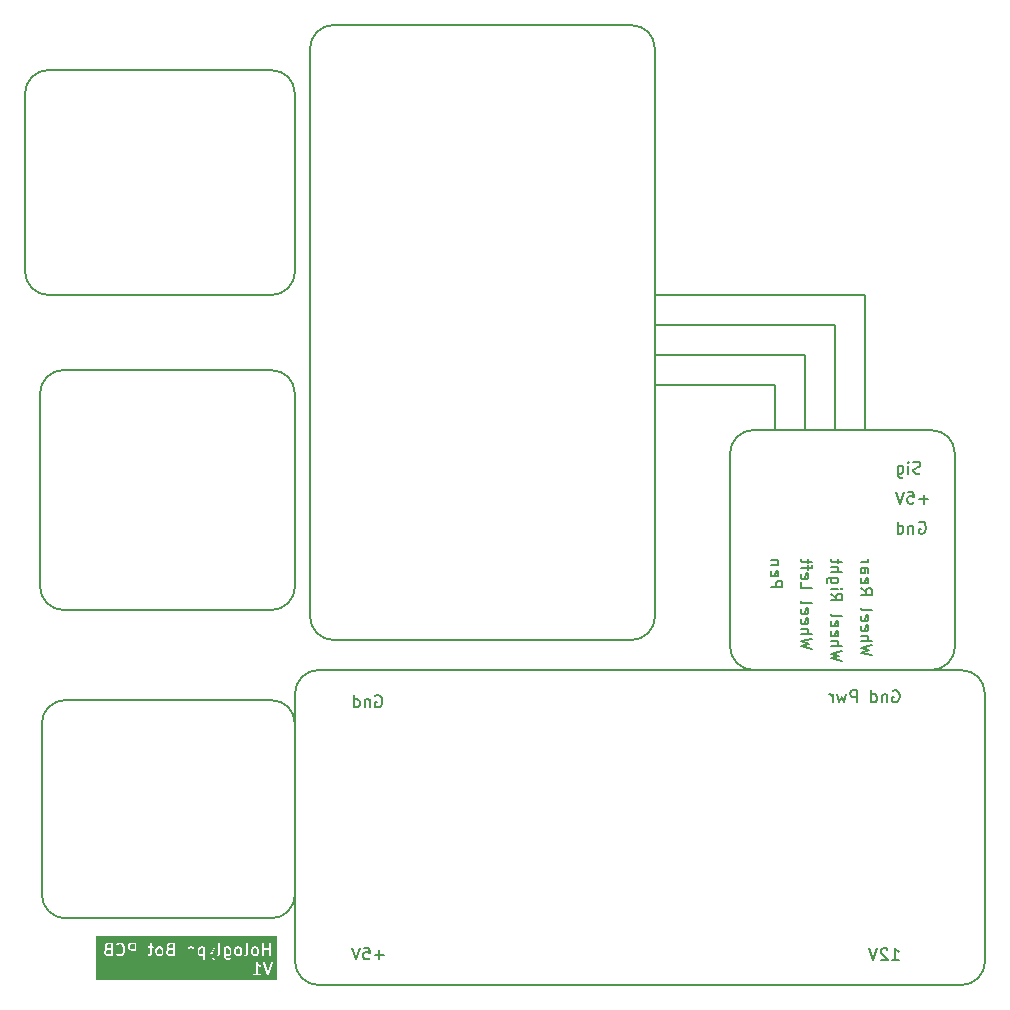
<source format=gbr>
%TF.GenerationSoftware,KiCad,Pcbnew,7.0.1*%
%TF.CreationDate,2023-12-09T17:11:34+05:30*%
%TF.ProjectId,hologlyph bot circuit,686f6c6f-676c-4797-9068-20626f742063,rev?*%
%TF.SameCoordinates,Original*%
%TF.FileFunction,Legend,Bot*%
%TF.FilePolarity,Positive*%
%FSLAX46Y46*%
G04 Gerber Fmt 4.6, Leading zero omitted, Abs format (unit mm)*
G04 Created by KiCad (PCBNEW 7.0.1) date 2023-12-09 17:11:34*
%MOMM*%
%LPD*%
G01*
G04 APERTURE LIST*
%ADD10C,0.150000*%
G04 APERTURE END LIST*
D10*
X152400000Y-66040000D02*
X152400000Y-77470000D01*
X134620000Y-66040000D02*
X152400000Y-66040000D01*
X149860000Y-68580000D02*
X149860000Y-77470000D01*
X134620000Y-68580000D02*
X149860000Y-68580000D01*
X147320000Y-71120000D02*
X147320000Y-77470000D01*
X134620000Y-71120000D02*
X147320000Y-71120000D01*
X144780000Y-73660000D02*
X144780000Y-77470000D01*
X134620000Y-73660000D02*
X144780000Y-73660000D01*
X154687811Y-122353850D02*
X155259239Y-122353850D01*
X154973525Y-122353850D02*
X154973525Y-121353850D01*
X154973525Y-121353850D02*
X155068763Y-121496707D01*
X155068763Y-121496707D02*
X155164001Y-121591945D01*
X155164001Y-121591945D02*
X155259239Y-121639564D01*
X154306858Y-121449088D02*
X154259239Y-121401469D01*
X154259239Y-121401469D02*
X154164001Y-121353850D01*
X154164001Y-121353850D02*
X153925906Y-121353850D01*
X153925906Y-121353850D02*
X153830668Y-121401469D01*
X153830668Y-121401469D02*
X153783049Y-121449088D01*
X153783049Y-121449088D02*
X153735430Y-121544326D01*
X153735430Y-121544326D02*
X153735430Y-121639564D01*
X153735430Y-121639564D02*
X153783049Y-121782421D01*
X153783049Y-121782421D02*
X154354477Y-122353850D01*
X154354477Y-122353850D02*
X153735430Y-122353850D01*
X153449715Y-121353850D02*
X153116382Y-122353850D01*
X153116382Y-122353850D02*
X152783049Y-121353850D01*
X154757797Y-99565957D02*
X154853035Y-99518338D01*
X154853035Y-99518338D02*
X154995892Y-99518338D01*
X154995892Y-99518338D02*
X155138749Y-99565957D01*
X155138749Y-99565957D02*
X155233987Y-99661195D01*
X155233987Y-99661195D02*
X155281606Y-99756433D01*
X155281606Y-99756433D02*
X155329225Y-99946909D01*
X155329225Y-99946909D02*
X155329225Y-100089766D01*
X155329225Y-100089766D02*
X155281606Y-100280242D01*
X155281606Y-100280242D02*
X155233987Y-100375480D01*
X155233987Y-100375480D02*
X155138749Y-100470719D01*
X155138749Y-100470719D02*
X154995892Y-100518338D01*
X154995892Y-100518338D02*
X154900654Y-100518338D01*
X154900654Y-100518338D02*
X154757797Y-100470719D01*
X154757797Y-100470719D02*
X154710178Y-100423099D01*
X154710178Y-100423099D02*
X154710178Y-100089766D01*
X154710178Y-100089766D02*
X154900654Y-100089766D01*
X154281606Y-99851671D02*
X154281606Y-100518338D01*
X154281606Y-99946909D02*
X154233987Y-99899290D01*
X154233987Y-99899290D02*
X154138749Y-99851671D01*
X154138749Y-99851671D02*
X153995892Y-99851671D01*
X153995892Y-99851671D02*
X153900654Y-99899290D01*
X153900654Y-99899290D02*
X153853035Y-99994528D01*
X153853035Y-99994528D02*
X153853035Y-100518338D01*
X152948273Y-100518338D02*
X152948273Y-99518338D01*
X152948273Y-100470719D02*
X153043511Y-100518338D01*
X153043511Y-100518338D02*
X153233987Y-100518338D01*
X153233987Y-100518338D02*
X153329225Y-100470719D01*
X153329225Y-100470719D02*
X153376844Y-100423099D01*
X153376844Y-100423099D02*
X153424463Y-100327861D01*
X153424463Y-100327861D02*
X153424463Y-100042147D01*
X153424463Y-100042147D02*
X153376844Y-99946909D01*
X153376844Y-99946909D02*
X153329225Y-99899290D01*
X153329225Y-99899290D02*
X153233987Y-99851671D01*
X153233987Y-99851671D02*
X153043511Y-99851671D01*
X153043511Y-99851671D02*
X152948273Y-99899290D01*
X151710177Y-100518338D02*
X151710177Y-99518338D01*
X151710177Y-99518338D02*
X151329225Y-99518338D01*
X151329225Y-99518338D02*
X151233987Y-99565957D01*
X151233987Y-99565957D02*
X151186368Y-99613576D01*
X151186368Y-99613576D02*
X151138749Y-99708814D01*
X151138749Y-99708814D02*
X151138749Y-99851671D01*
X151138749Y-99851671D02*
X151186368Y-99946909D01*
X151186368Y-99946909D02*
X151233987Y-99994528D01*
X151233987Y-99994528D02*
X151329225Y-100042147D01*
X151329225Y-100042147D02*
X151710177Y-100042147D01*
X150805415Y-99851671D02*
X150614939Y-100518338D01*
X150614939Y-100518338D02*
X150424463Y-100042147D01*
X150424463Y-100042147D02*
X150233987Y-100518338D01*
X150233987Y-100518338D02*
X150043511Y-99851671D01*
X149662558Y-100518338D02*
X149662558Y-99851671D01*
X149662558Y-100042147D02*
X149614939Y-99946909D01*
X149614939Y-99946909D02*
X149567320Y-99899290D01*
X149567320Y-99899290D02*
X149472082Y-99851671D01*
X149472082Y-99851671D02*
X149376844Y-99851671D01*
X110946800Y-99985870D02*
X111042038Y-99938251D01*
X111042038Y-99938251D02*
X111184895Y-99938251D01*
X111184895Y-99938251D02*
X111327752Y-99985870D01*
X111327752Y-99985870D02*
X111422990Y-100081108D01*
X111422990Y-100081108D02*
X111470609Y-100176346D01*
X111470609Y-100176346D02*
X111518228Y-100366822D01*
X111518228Y-100366822D02*
X111518228Y-100509679D01*
X111518228Y-100509679D02*
X111470609Y-100700155D01*
X111470609Y-100700155D02*
X111422990Y-100795393D01*
X111422990Y-100795393D02*
X111327752Y-100890632D01*
X111327752Y-100890632D02*
X111184895Y-100938251D01*
X111184895Y-100938251D02*
X111089657Y-100938251D01*
X111089657Y-100938251D02*
X110946800Y-100890632D01*
X110946800Y-100890632D02*
X110899181Y-100843012D01*
X110899181Y-100843012D02*
X110899181Y-100509679D01*
X110899181Y-100509679D02*
X111089657Y-100509679D01*
X110470609Y-100271584D02*
X110470609Y-100938251D01*
X110470609Y-100366822D02*
X110422990Y-100319203D01*
X110422990Y-100319203D02*
X110327752Y-100271584D01*
X110327752Y-100271584D02*
X110184895Y-100271584D01*
X110184895Y-100271584D02*
X110089657Y-100319203D01*
X110089657Y-100319203D02*
X110042038Y-100414441D01*
X110042038Y-100414441D02*
X110042038Y-100938251D01*
X109137276Y-100938251D02*
X109137276Y-99938251D01*
X109137276Y-100890632D02*
X109232514Y-100938251D01*
X109232514Y-100938251D02*
X109422990Y-100938251D01*
X109422990Y-100938251D02*
X109518228Y-100890632D01*
X109518228Y-100890632D02*
X109565847Y-100843012D01*
X109565847Y-100843012D02*
X109613466Y-100747774D01*
X109613466Y-100747774D02*
X109613466Y-100462060D01*
X109613466Y-100462060D02*
X109565847Y-100366822D01*
X109565847Y-100366822D02*
X109518228Y-100319203D01*
X109518228Y-100319203D02*
X109422990Y-100271584D01*
X109422990Y-100271584D02*
X109232514Y-100271584D01*
X109232514Y-100271584D02*
X109137276Y-100319203D01*
X111680566Y-121902912D02*
X110918662Y-121902912D01*
X111299614Y-122283865D02*
X111299614Y-121521960D01*
X109966281Y-121283865D02*
X110442471Y-121283865D01*
X110442471Y-121283865D02*
X110490090Y-121760055D01*
X110490090Y-121760055D02*
X110442471Y-121712436D01*
X110442471Y-121712436D02*
X110347233Y-121664817D01*
X110347233Y-121664817D02*
X110109138Y-121664817D01*
X110109138Y-121664817D02*
X110013900Y-121712436D01*
X110013900Y-121712436D02*
X109966281Y-121760055D01*
X109966281Y-121760055D02*
X109918662Y-121855293D01*
X109918662Y-121855293D02*
X109918662Y-122093388D01*
X109918662Y-122093388D02*
X109966281Y-122188626D01*
X109966281Y-122188626D02*
X110013900Y-122236246D01*
X110013900Y-122236246D02*
X110109138Y-122283865D01*
X110109138Y-122283865D02*
X110347233Y-122283865D01*
X110347233Y-122283865D02*
X110442471Y-122236246D01*
X110442471Y-122236246D02*
X110490090Y-122188626D01*
X109632947Y-121283865D02*
X109299614Y-122283865D01*
X109299614Y-122283865D02*
X108966281Y-121283865D01*
X153034307Y-96553033D02*
X152034307Y-96314938D01*
X152034307Y-96314938D02*
X152748593Y-96124462D01*
X152748593Y-96124462D02*
X152034307Y-95933986D01*
X152034307Y-95933986D02*
X153034307Y-95695891D01*
X152034307Y-95314938D02*
X153034307Y-95314938D01*
X152034307Y-94886367D02*
X152558117Y-94886367D01*
X152558117Y-94886367D02*
X152653355Y-94933986D01*
X152653355Y-94933986D02*
X152700974Y-95029224D01*
X152700974Y-95029224D02*
X152700974Y-95172081D01*
X152700974Y-95172081D02*
X152653355Y-95267319D01*
X152653355Y-95267319D02*
X152605736Y-95314938D01*
X152081927Y-94029224D02*
X152034307Y-94124462D01*
X152034307Y-94124462D02*
X152034307Y-94314938D01*
X152034307Y-94314938D02*
X152081927Y-94410176D01*
X152081927Y-94410176D02*
X152177165Y-94457795D01*
X152177165Y-94457795D02*
X152558117Y-94457795D01*
X152558117Y-94457795D02*
X152653355Y-94410176D01*
X152653355Y-94410176D02*
X152700974Y-94314938D01*
X152700974Y-94314938D02*
X152700974Y-94124462D01*
X152700974Y-94124462D02*
X152653355Y-94029224D01*
X152653355Y-94029224D02*
X152558117Y-93981605D01*
X152558117Y-93981605D02*
X152462879Y-93981605D01*
X152462879Y-93981605D02*
X152367641Y-94457795D01*
X152081927Y-93172081D02*
X152034307Y-93267319D01*
X152034307Y-93267319D02*
X152034307Y-93457795D01*
X152034307Y-93457795D02*
X152081927Y-93553033D01*
X152081927Y-93553033D02*
X152177165Y-93600652D01*
X152177165Y-93600652D02*
X152558117Y-93600652D01*
X152558117Y-93600652D02*
X152653355Y-93553033D01*
X152653355Y-93553033D02*
X152700974Y-93457795D01*
X152700974Y-93457795D02*
X152700974Y-93267319D01*
X152700974Y-93267319D02*
X152653355Y-93172081D01*
X152653355Y-93172081D02*
X152558117Y-93124462D01*
X152558117Y-93124462D02*
X152462879Y-93124462D01*
X152462879Y-93124462D02*
X152367641Y-93600652D01*
X152034307Y-92553033D02*
X152081927Y-92648271D01*
X152081927Y-92648271D02*
X152177165Y-92695890D01*
X152177165Y-92695890D02*
X153034307Y-92695890D01*
X152034307Y-90838747D02*
X152510498Y-91172080D01*
X152034307Y-91410175D02*
X153034307Y-91410175D01*
X153034307Y-91410175D02*
X153034307Y-91029223D01*
X153034307Y-91029223D02*
X152986688Y-90933985D01*
X152986688Y-90933985D02*
X152939069Y-90886366D01*
X152939069Y-90886366D02*
X152843831Y-90838747D01*
X152843831Y-90838747D02*
X152700974Y-90838747D01*
X152700974Y-90838747D02*
X152605736Y-90886366D01*
X152605736Y-90886366D02*
X152558117Y-90933985D01*
X152558117Y-90933985D02*
X152510498Y-91029223D01*
X152510498Y-91029223D02*
X152510498Y-91410175D01*
X152081927Y-90029223D02*
X152034307Y-90124461D01*
X152034307Y-90124461D02*
X152034307Y-90314937D01*
X152034307Y-90314937D02*
X152081927Y-90410175D01*
X152081927Y-90410175D02*
X152177165Y-90457794D01*
X152177165Y-90457794D02*
X152558117Y-90457794D01*
X152558117Y-90457794D02*
X152653355Y-90410175D01*
X152653355Y-90410175D02*
X152700974Y-90314937D01*
X152700974Y-90314937D02*
X152700974Y-90124461D01*
X152700974Y-90124461D02*
X152653355Y-90029223D01*
X152653355Y-90029223D02*
X152558117Y-89981604D01*
X152558117Y-89981604D02*
X152462879Y-89981604D01*
X152462879Y-89981604D02*
X152367641Y-90457794D01*
X152034307Y-89124461D02*
X152558117Y-89124461D01*
X152558117Y-89124461D02*
X152653355Y-89172080D01*
X152653355Y-89172080D02*
X152700974Y-89267318D01*
X152700974Y-89267318D02*
X152700974Y-89457794D01*
X152700974Y-89457794D02*
X152653355Y-89553032D01*
X152081927Y-89124461D02*
X152034307Y-89219699D01*
X152034307Y-89219699D02*
X152034307Y-89457794D01*
X152034307Y-89457794D02*
X152081927Y-89553032D01*
X152081927Y-89553032D02*
X152177165Y-89600651D01*
X152177165Y-89600651D02*
X152272403Y-89600651D01*
X152272403Y-89600651D02*
X152367641Y-89553032D01*
X152367641Y-89553032D02*
X152415260Y-89457794D01*
X152415260Y-89457794D02*
X152415260Y-89219699D01*
X152415260Y-89219699D02*
X152462879Y-89124461D01*
X152034307Y-88648270D02*
X152700974Y-88648270D01*
X152510498Y-88648270D02*
X152605736Y-88600651D01*
X152605736Y-88600651D02*
X152653355Y-88553032D01*
X152653355Y-88553032D02*
X152700974Y-88457794D01*
X152700974Y-88457794D02*
X152700974Y-88362556D01*
X150494307Y-97029223D02*
X149494307Y-96791128D01*
X149494307Y-96791128D02*
X150208593Y-96600652D01*
X150208593Y-96600652D02*
X149494307Y-96410176D01*
X149494307Y-96410176D02*
X150494307Y-96172081D01*
X149494307Y-95791128D02*
X150494307Y-95791128D01*
X149494307Y-95362557D02*
X150018117Y-95362557D01*
X150018117Y-95362557D02*
X150113355Y-95410176D01*
X150113355Y-95410176D02*
X150160974Y-95505414D01*
X150160974Y-95505414D02*
X150160974Y-95648271D01*
X150160974Y-95648271D02*
X150113355Y-95743509D01*
X150113355Y-95743509D02*
X150065736Y-95791128D01*
X149541927Y-94505414D02*
X149494307Y-94600652D01*
X149494307Y-94600652D02*
X149494307Y-94791128D01*
X149494307Y-94791128D02*
X149541927Y-94886366D01*
X149541927Y-94886366D02*
X149637165Y-94933985D01*
X149637165Y-94933985D02*
X150018117Y-94933985D01*
X150018117Y-94933985D02*
X150113355Y-94886366D01*
X150113355Y-94886366D02*
X150160974Y-94791128D01*
X150160974Y-94791128D02*
X150160974Y-94600652D01*
X150160974Y-94600652D02*
X150113355Y-94505414D01*
X150113355Y-94505414D02*
X150018117Y-94457795D01*
X150018117Y-94457795D02*
X149922879Y-94457795D01*
X149922879Y-94457795D02*
X149827641Y-94933985D01*
X149541927Y-93648271D02*
X149494307Y-93743509D01*
X149494307Y-93743509D02*
X149494307Y-93933985D01*
X149494307Y-93933985D02*
X149541927Y-94029223D01*
X149541927Y-94029223D02*
X149637165Y-94076842D01*
X149637165Y-94076842D02*
X150018117Y-94076842D01*
X150018117Y-94076842D02*
X150113355Y-94029223D01*
X150113355Y-94029223D02*
X150160974Y-93933985D01*
X150160974Y-93933985D02*
X150160974Y-93743509D01*
X150160974Y-93743509D02*
X150113355Y-93648271D01*
X150113355Y-93648271D02*
X150018117Y-93600652D01*
X150018117Y-93600652D02*
X149922879Y-93600652D01*
X149922879Y-93600652D02*
X149827641Y-94076842D01*
X149494307Y-93029223D02*
X149541927Y-93124461D01*
X149541927Y-93124461D02*
X149637165Y-93172080D01*
X149637165Y-93172080D02*
X150494307Y-93172080D01*
X149494307Y-91314937D02*
X149970498Y-91648270D01*
X149494307Y-91886365D02*
X150494307Y-91886365D01*
X150494307Y-91886365D02*
X150494307Y-91505413D01*
X150494307Y-91505413D02*
X150446688Y-91410175D01*
X150446688Y-91410175D02*
X150399069Y-91362556D01*
X150399069Y-91362556D02*
X150303831Y-91314937D01*
X150303831Y-91314937D02*
X150160974Y-91314937D01*
X150160974Y-91314937D02*
X150065736Y-91362556D01*
X150065736Y-91362556D02*
X150018117Y-91410175D01*
X150018117Y-91410175D02*
X149970498Y-91505413D01*
X149970498Y-91505413D02*
X149970498Y-91886365D01*
X149494307Y-90886365D02*
X150160974Y-90886365D01*
X150494307Y-90886365D02*
X150446688Y-90933984D01*
X150446688Y-90933984D02*
X150399069Y-90886365D01*
X150399069Y-90886365D02*
X150446688Y-90838746D01*
X150446688Y-90838746D02*
X150494307Y-90886365D01*
X150494307Y-90886365D02*
X150399069Y-90886365D01*
X150160974Y-89981604D02*
X149351450Y-89981604D01*
X149351450Y-89981604D02*
X149256212Y-90029223D01*
X149256212Y-90029223D02*
X149208593Y-90076842D01*
X149208593Y-90076842D02*
X149160974Y-90172080D01*
X149160974Y-90172080D02*
X149160974Y-90314937D01*
X149160974Y-90314937D02*
X149208593Y-90410175D01*
X149541927Y-89981604D02*
X149494307Y-90076842D01*
X149494307Y-90076842D02*
X149494307Y-90267318D01*
X149494307Y-90267318D02*
X149541927Y-90362556D01*
X149541927Y-90362556D02*
X149589546Y-90410175D01*
X149589546Y-90410175D02*
X149684784Y-90457794D01*
X149684784Y-90457794D02*
X149970498Y-90457794D01*
X149970498Y-90457794D02*
X150065736Y-90410175D01*
X150065736Y-90410175D02*
X150113355Y-90362556D01*
X150113355Y-90362556D02*
X150160974Y-90267318D01*
X150160974Y-90267318D02*
X150160974Y-90076842D01*
X150160974Y-90076842D02*
X150113355Y-89981604D01*
X149494307Y-89505413D02*
X150494307Y-89505413D01*
X149494307Y-89076842D02*
X150018117Y-89076842D01*
X150018117Y-89076842D02*
X150113355Y-89124461D01*
X150113355Y-89124461D02*
X150160974Y-89219699D01*
X150160974Y-89219699D02*
X150160974Y-89362556D01*
X150160974Y-89362556D02*
X150113355Y-89457794D01*
X150113355Y-89457794D02*
X150065736Y-89505413D01*
X150160974Y-88743508D02*
X150160974Y-88362556D01*
X150494307Y-88600651D02*
X149637165Y-88600651D01*
X149637165Y-88600651D02*
X149541927Y-88553032D01*
X149541927Y-88553032D02*
X149494307Y-88457794D01*
X149494307Y-88457794D02*
X149494307Y-88362556D01*
X147954307Y-95981605D02*
X146954307Y-95743510D01*
X146954307Y-95743510D02*
X147668593Y-95553034D01*
X147668593Y-95553034D02*
X146954307Y-95362558D01*
X146954307Y-95362558D02*
X147954307Y-95124463D01*
X146954307Y-94743510D02*
X147954307Y-94743510D01*
X146954307Y-94314939D02*
X147478117Y-94314939D01*
X147478117Y-94314939D02*
X147573355Y-94362558D01*
X147573355Y-94362558D02*
X147620974Y-94457796D01*
X147620974Y-94457796D02*
X147620974Y-94600653D01*
X147620974Y-94600653D02*
X147573355Y-94695891D01*
X147573355Y-94695891D02*
X147525736Y-94743510D01*
X147001927Y-93457796D02*
X146954307Y-93553034D01*
X146954307Y-93553034D02*
X146954307Y-93743510D01*
X146954307Y-93743510D02*
X147001927Y-93838748D01*
X147001927Y-93838748D02*
X147097165Y-93886367D01*
X147097165Y-93886367D02*
X147478117Y-93886367D01*
X147478117Y-93886367D02*
X147573355Y-93838748D01*
X147573355Y-93838748D02*
X147620974Y-93743510D01*
X147620974Y-93743510D02*
X147620974Y-93553034D01*
X147620974Y-93553034D02*
X147573355Y-93457796D01*
X147573355Y-93457796D02*
X147478117Y-93410177D01*
X147478117Y-93410177D02*
X147382879Y-93410177D01*
X147382879Y-93410177D02*
X147287641Y-93886367D01*
X147001927Y-92600653D02*
X146954307Y-92695891D01*
X146954307Y-92695891D02*
X146954307Y-92886367D01*
X146954307Y-92886367D02*
X147001927Y-92981605D01*
X147001927Y-92981605D02*
X147097165Y-93029224D01*
X147097165Y-93029224D02*
X147478117Y-93029224D01*
X147478117Y-93029224D02*
X147573355Y-92981605D01*
X147573355Y-92981605D02*
X147620974Y-92886367D01*
X147620974Y-92886367D02*
X147620974Y-92695891D01*
X147620974Y-92695891D02*
X147573355Y-92600653D01*
X147573355Y-92600653D02*
X147478117Y-92553034D01*
X147478117Y-92553034D02*
X147382879Y-92553034D01*
X147382879Y-92553034D02*
X147287641Y-93029224D01*
X146954307Y-91981605D02*
X147001927Y-92076843D01*
X147001927Y-92076843D02*
X147097165Y-92124462D01*
X147097165Y-92124462D02*
X147954307Y-92124462D01*
X146954307Y-90362557D02*
X146954307Y-90838747D01*
X146954307Y-90838747D02*
X147954307Y-90838747D01*
X147001927Y-89648271D02*
X146954307Y-89743509D01*
X146954307Y-89743509D02*
X146954307Y-89933985D01*
X146954307Y-89933985D02*
X147001927Y-90029223D01*
X147001927Y-90029223D02*
X147097165Y-90076842D01*
X147097165Y-90076842D02*
X147478117Y-90076842D01*
X147478117Y-90076842D02*
X147573355Y-90029223D01*
X147573355Y-90029223D02*
X147620974Y-89933985D01*
X147620974Y-89933985D02*
X147620974Y-89743509D01*
X147620974Y-89743509D02*
X147573355Y-89648271D01*
X147573355Y-89648271D02*
X147478117Y-89600652D01*
X147478117Y-89600652D02*
X147382879Y-89600652D01*
X147382879Y-89600652D02*
X147287641Y-90076842D01*
X147620974Y-89314937D02*
X147620974Y-88933985D01*
X146954307Y-89172080D02*
X147811450Y-89172080D01*
X147811450Y-89172080D02*
X147906688Y-89124461D01*
X147906688Y-89124461D02*
X147954307Y-89029223D01*
X147954307Y-89029223D02*
X147954307Y-88933985D01*
X147620974Y-88743508D02*
X147620974Y-88362556D01*
X147954307Y-88600651D02*
X147097165Y-88600651D01*
X147097165Y-88600651D02*
X147001927Y-88553032D01*
X147001927Y-88553032D02*
X146954307Y-88457794D01*
X146954307Y-88457794D02*
X146954307Y-88362556D01*
X144414307Y-90791127D02*
X145414307Y-90791127D01*
X145414307Y-90791127D02*
X145414307Y-90410175D01*
X145414307Y-90410175D02*
X145366688Y-90314937D01*
X145366688Y-90314937D02*
X145319069Y-90267318D01*
X145319069Y-90267318D02*
X145223831Y-90219699D01*
X145223831Y-90219699D02*
X145080974Y-90219699D01*
X145080974Y-90219699D02*
X144985736Y-90267318D01*
X144985736Y-90267318D02*
X144938117Y-90314937D01*
X144938117Y-90314937D02*
X144890498Y-90410175D01*
X144890498Y-90410175D02*
X144890498Y-90791127D01*
X144461927Y-89410175D02*
X144414307Y-89505413D01*
X144414307Y-89505413D02*
X144414307Y-89695889D01*
X144414307Y-89695889D02*
X144461927Y-89791127D01*
X144461927Y-89791127D02*
X144557165Y-89838746D01*
X144557165Y-89838746D02*
X144938117Y-89838746D01*
X144938117Y-89838746D02*
X145033355Y-89791127D01*
X145033355Y-89791127D02*
X145080974Y-89695889D01*
X145080974Y-89695889D02*
X145080974Y-89505413D01*
X145080974Y-89505413D02*
X145033355Y-89410175D01*
X145033355Y-89410175D02*
X144938117Y-89362556D01*
X144938117Y-89362556D02*
X144842879Y-89362556D01*
X144842879Y-89362556D02*
X144747641Y-89838746D01*
X145080974Y-88933984D02*
X144414307Y-88933984D01*
X144985736Y-88933984D02*
X145033355Y-88886365D01*
X145033355Y-88886365D02*
X145080974Y-88791127D01*
X145080974Y-88791127D02*
X145080974Y-88648270D01*
X145080974Y-88648270D02*
X145033355Y-88553032D01*
X145033355Y-88553032D02*
X144938117Y-88505413D01*
X144938117Y-88505413D02*
X144414307Y-88505413D01*
X156987619Y-85285238D02*
X157082857Y-85237619D01*
X157082857Y-85237619D02*
X157225714Y-85237619D01*
X157225714Y-85237619D02*
X157368571Y-85285238D01*
X157368571Y-85285238D02*
X157463809Y-85380476D01*
X157463809Y-85380476D02*
X157511428Y-85475714D01*
X157511428Y-85475714D02*
X157559047Y-85666190D01*
X157559047Y-85666190D02*
X157559047Y-85809047D01*
X157559047Y-85809047D02*
X157511428Y-85999523D01*
X157511428Y-85999523D02*
X157463809Y-86094761D01*
X157463809Y-86094761D02*
X157368571Y-86190000D01*
X157368571Y-86190000D02*
X157225714Y-86237619D01*
X157225714Y-86237619D02*
X157130476Y-86237619D01*
X157130476Y-86237619D02*
X156987619Y-86190000D01*
X156987619Y-86190000D02*
X156940000Y-86142380D01*
X156940000Y-86142380D02*
X156940000Y-85809047D01*
X156940000Y-85809047D02*
X157130476Y-85809047D01*
X156511428Y-85570952D02*
X156511428Y-86237619D01*
X156511428Y-85666190D02*
X156463809Y-85618571D01*
X156463809Y-85618571D02*
X156368571Y-85570952D01*
X156368571Y-85570952D02*
X156225714Y-85570952D01*
X156225714Y-85570952D02*
X156130476Y-85618571D01*
X156130476Y-85618571D02*
X156082857Y-85713809D01*
X156082857Y-85713809D02*
X156082857Y-86237619D01*
X155178095Y-86237619D02*
X155178095Y-85237619D01*
X155178095Y-86190000D02*
X155273333Y-86237619D01*
X155273333Y-86237619D02*
X155463809Y-86237619D01*
X155463809Y-86237619D02*
X155559047Y-86190000D01*
X155559047Y-86190000D02*
X155606666Y-86142380D01*
X155606666Y-86142380D02*
X155654285Y-86047142D01*
X155654285Y-86047142D02*
X155654285Y-85761428D01*
X155654285Y-85761428D02*
X155606666Y-85666190D01*
X155606666Y-85666190D02*
X155559047Y-85618571D01*
X155559047Y-85618571D02*
X155463809Y-85570952D01*
X155463809Y-85570952D02*
X155273333Y-85570952D01*
X155273333Y-85570952D02*
X155178095Y-85618571D01*
X157749523Y-83316666D02*
X156987619Y-83316666D01*
X157368571Y-83697619D02*
X157368571Y-82935714D01*
X156035238Y-82697619D02*
X156511428Y-82697619D01*
X156511428Y-82697619D02*
X156559047Y-83173809D01*
X156559047Y-83173809D02*
X156511428Y-83126190D01*
X156511428Y-83126190D02*
X156416190Y-83078571D01*
X156416190Y-83078571D02*
X156178095Y-83078571D01*
X156178095Y-83078571D02*
X156082857Y-83126190D01*
X156082857Y-83126190D02*
X156035238Y-83173809D01*
X156035238Y-83173809D02*
X155987619Y-83269047D01*
X155987619Y-83269047D02*
X155987619Y-83507142D01*
X155987619Y-83507142D02*
X156035238Y-83602380D01*
X156035238Y-83602380D02*
X156082857Y-83650000D01*
X156082857Y-83650000D02*
X156178095Y-83697619D01*
X156178095Y-83697619D02*
X156416190Y-83697619D01*
X156416190Y-83697619D02*
X156511428Y-83650000D01*
X156511428Y-83650000D02*
X156559047Y-83602380D01*
X155701904Y-82697619D02*
X155368571Y-83697619D01*
X155368571Y-83697619D02*
X155035238Y-82697619D01*
X157082856Y-81110000D02*
X156939999Y-81157619D01*
X156939999Y-81157619D02*
X156701904Y-81157619D01*
X156701904Y-81157619D02*
X156606666Y-81110000D01*
X156606666Y-81110000D02*
X156559047Y-81062380D01*
X156559047Y-81062380D02*
X156511428Y-80967142D01*
X156511428Y-80967142D02*
X156511428Y-80871904D01*
X156511428Y-80871904D02*
X156559047Y-80776666D01*
X156559047Y-80776666D02*
X156606666Y-80729047D01*
X156606666Y-80729047D02*
X156701904Y-80681428D01*
X156701904Y-80681428D02*
X156892380Y-80633809D01*
X156892380Y-80633809D02*
X156987618Y-80586190D01*
X156987618Y-80586190D02*
X157035237Y-80538571D01*
X157035237Y-80538571D02*
X157082856Y-80443333D01*
X157082856Y-80443333D02*
X157082856Y-80348095D01*
X157082856Y-80348095D02*
X157035237Y-80252857D01*
X157035237Y-80252857D02*
X156987618Y-80205238D01*
X156987618Y-80205238D02*
X156892380Y-80157619D01*
X156892380Y-80157619D02*
X156654285Y-80157619D01*
X156654285Y-80157619D02*
X156511428Y-80205238D01*
X156082856Y-81157619D02*
X156082856Y-80490952D01*
X156082856Y-80157619D02*
X156130475Y-80205238D01*
X156130475Y-80205238D02*
X156082856Y-80252857D01*
X156082856Y-80252857D02*
X156035237Y-80205238D01*
X156035237Y-80205238D02*
X156082856Y-80157619D01*
X156082856Y-80157619D02*
X156082856Y-80252857D01*
X155178095Y-80490952D02*
X155178095Y-81300476D01*
X155178095Y-81300476D02*
X155225714Y-81395714D01*
X155225714Y-81395714D02*
X155273333Y-81443333D01*
X155273333Y-81443333D02*
X155368571Y-81490952D01*
X155368571Y-81490952D02*
X155511428Y-81490952D01*
X155511428Y-81490952D02*
X155606666Y-81443333D01*
X155178095Y-81110000D02*
X155273333Y-81157619D01*
X155273333Y-81157619D02*
X155463809Y-81157619D01*
X155463809Y-81157619D02*
X155559047Y-81110000D01*
X155559047Y-81110000D02*
X155606666Y-81062380D01*
X155606666Y-81062380D02*
X155654285Y-80967142D01*
X155654285Y-80967142D02*
X155654285Y-80681428D01*
X155654285Y-80681428D02*
X155606666Y-80586190D01*
X155606666Y-80586190D02*
X155559047Y-80538571D01*
X155559047Y-80538571D02*
X155463809Y-80490952D01*
X155463809Y-80490952D02*
X155273333Y-80490952D01*
X155273333Y-80490952D02*
X155178095Y-80538571D01*
G36*
X98550635Y-121378670D02*
G01*
X98581040Y-121409075D01*
X98615299Y-121477591D01*
X98615299Y-121727895D01*
X98581040Y-121796412D01*
X98550632Y-121826820D01*
X98482118Y-121861078D01*
X98327053Y-121861078D01*
X98289109Y-121842106D01*
X98289109Y-121363383D01*
X98327051Y-121344411D01*
X98482117Y-121344411D01*
X98550635Y-121378670D01*
G37*
G36*
X96377203Y-121363383D02*
G01*
X96377203Y-121842107D01*
X96339260Y-121861078D01*
X96184195Y-121861078D01*
X96115677Y-121826819D01*
X96085269Y-121796410D01*
X96051013Y-121727896D01*
X96051013Y-121477593D01*
X96085272Y-121409075D01*
X96115677Y-121378669D01*
X96184193Y-121344411D01*
X96339259Y-121344411D01*
X96377203Y-121363383D01*
G37*
G36*
X100883969Y-121378670D02*
G01*
X100914374Y-121409075D01*
X100948633Y-121477591D01*
X100948633Y-121727895D01*
X100914374Y-121796412D01*
X100883966Y-121826820D01*
X100815452Y-121861078D01*
X100708006Y-121861078D01*
X100639488Y-121826819D01*
X100609080Y-121796410D01*
X100574824Y-121727896D01*
X100574824Y-121477593D01*
X100609083Y-121409075D01*
X100639488Y-121378669D01*
X100708004Y-121344411D01*
X100815451Y-121344411D01*
X100883969Y-121378670D01*
G37*
G36*
X99455397Y-121378670D02*
G01*
X99485802Y-121409075D01*
X99520061Y-121477591D01*
X99520061Y-121727895D01*
X99485802Y-121796412D01*
X99455394Y-121826820D01*
X99386880Y-121861078D01*
X99279434Y-121861078D01*
X99210916Y-121826819D01*
X99180508Y-121796410D01*
X99146252Y-121727896D01*
X99146252Y-121477593D01*
X99180511Y-121409075D01*
X99210916Y-121378669D01*
X99279432Y-121344411D01*
X99386879Y-121344411D01*
X99455397Y-121378670D01*
G37*
G36*
X93805774Y-121861078D02*
G01*
X93517528Y-121861078D01*
X93449010Y-121826819D01*
X93418602Y-121796410D01*
X93384346Y-121727896D01*
X93384346Y-121620450D01*
X93418605Y-121551932D01*
X93445097Y-121525439D01*
X93552999Y-121489472D01*
X93555832Y-121489982D01*
X93562376Y-121487268D01*
X93805774Y-121487268D01*
X93805774Y-121861078D01*
G37*
G36*
X93805774Y-121337268D02*
G01*
X93565147Y-121337268D01*
X93496629Y-121303009D01*
X93466222Y-121272602D01*
X93431965Y-121204087D01*
X93431965Y-121144260D01*
X93466224Y-121075742D01*
X93496629Y-121045336D01*
X93565145Y-121011078D01*
X93805774Y-121011078D01*
X93805774Y-121337268D01*
G37*
G36*
X92788729Y-121378670D02*
G01*
X92819134Y-121409075D01*
X92853393Y-121477591D01*
X92853393Y-121727895D01*
X92819134Y-121796412D01*
X92788726Y-121826820D01*
X92720212Y-121861078D01*
X92612766Y-121861078D01*
X92544248Y-121826819D01*
X92513840Y-121796410D01*
X92479584Y-121727896D01*
X92479584Y-121477593D01*
X92513843Y-121409075D01*
X92544248Y-121378669D01*
X92612764Y-121344411D01*
X92720211Y-121344411D01*
X92788729Y-121378670D01*
G37*
G36*
X88567678Y-121861078D02*
G01*
X88279432Y-121861078D01*
X88210914Y-121826819D01*
X88180506Y-121796410D01*
X88146250Y-121727896D01*
X88146250Y-121620450D01*
X88180509Y-121551932D01*
X88207001Y-121525439D01*
X88314903Y-121489472D01*
X88317736Y-121489982D01*
X88324280Y-121487268D01*
X88567678Y-121487268D01*
X88567678Y-121861078D01*
G37*
G36*
X88567678Y-121337268D02*
G01*
X88327051Y-121337268D01*
X88258533Y-121303009D01*
X88228126Y-121272602D01*
X88193869Y-121204087D01*
X88193869Y-121144260D01*
X88228128Y-121075742D01*
X88258533Y-121045336D01*
X88327049Y-121011078D01*
X88567678Y-121011078D01*
X88567678Y-121337268D01*
G37*
G36*
X90567678Y-121384887D02*
G01*
X90279432Y-121384887D01*
X90210914Y-121350628D01*
X90180507Y-121320221D01*
X90146250Y-121251706D01*
X90146250Y-121144260D01*
X90180509Y-121075742D01*
X90210914Y-121045336D01*
X90279430Y-121011078D01*
X90567678Y-121011078D01*
X90567678Y-121384887D01*
G37*
G36*
X102629586Y-124046316D02*
G01*
X87337917Y-124046316D01*
X87337917Y-123567202D01*
X100565311Y-123567202D01*
X100583607Y-123607266D01*
X100620659Y-123631078D01*
X100923035Y-123631078D01*
X100939519Y-123633448D01*
X100944709Y-123631078D01*
X101224891Y-123631078D01*
X101256369Y-123621835D01*
X101285211Y-123588549D01*
X101291479Y-123544954D01*
X101273183Y-123504890D01*
X101236131Y-123481078D01*
X101003395Y-123481078D01*
X101003395Y-122784763D01*
X101059189Y-122840557D01*
X101065633Y-122851407D01*
X101084134Y-122860657D01*
X101102256Y-122870553D01*
X101103716Y-122870448D01*
X101190211Y-122913696D01*
X101222500Y-122919506D01*
X101263183Y-122902633D01*
X101288285Y-122866443D01*
X101289838Y-122822427D01*
X101267347Y-122784558D01*
X101163297Y-122732533D01*
X101081918Y-122651154D01*
X101020417Y-122558903D01*
X101421709Y-122558903D01*
X101757716Y-123566927D01*
X101757411Y-123575375D01*
X101764543Y-123587408D01*
X101765415Y-123590023D01*
X101770023Y-123596654D01*
X101779868Y-123613263D01*
X101782474Y-123614569D01*
X101784138Y-123616963D01*
X101801980Y-123624343D01*
X101819244Y-123632995D01*
X101822143Y-123632684D01*
X101824837Y-123633799D01*
X101843824Y-123630364D01*
X101863037Y-123628308D01*
X101865310Y-123626477D01*
X101868177Y-123625959D01*
X101882295Y-123612802D01*
X101897344Y-123600687D01*
X101898266Y-123597920D01*
X101900399Y-123595933D01*
X101905165Y-123577222D01*
X102241051Y-122569567D01*
X102242236Y-122536781D01*
X102219779Y-122498893D01*
X102180403Y-122479161D01*
X102136609Y-122483849D01*
X102102303Y-122511469D01*
X101833157Y-123318906D01*
X101567566Y-122522132D01*
X101548843Y-122495192D01*
X101508144Y-122478356D01*
X101464804Y-122486196D01*
X101432582Y-122516223D01*
X101421709Y-122558903D01*
X101020417Y-122558903D01*
X100997136Y-122523981D01*
X100994152Y-122513818D01*
X100985175Y-122506039D01*
X100984818Y-122505504D01*
X100977015Y-122498969D01*
X100960866Y-122484976D01*
X100960191Y-122484878D01*
X100959667Y-122484440D01*
X100938437Y-122481751D01*
X100917271Y-122478708D01*
X100916649Y-122478991D01*
X100915972Y-122478906D01*
X100896681Y-122488110D01*
X100877207Y-122497004D01*
X100876837Y-122497579D01*
X100876222Y-122497873D01*
X100864973Y-122516038D01*
X100853395Y-122534056D01*
X100853395Y-122534739D01*
X100853036Y-122535319D01*
X100853395Y-122556683D01*
X100853395Y-123481078D01*
X100631899Y-123481078D01*
X100600421Y-123490321D01*
X100571579Y-123523607D01*
X100565311Y-123567202D01*
X87337917Y-123567202D01*
X87337917Y-121611135D01*
X87993536Y-121611135D01*
X87996250Y-121617679D01*
X87996250Y-121741561D01*
X87994319Y-121759445D01*
X88001175Y-121773158D01*
X88005493Y-121787861D01*
X88010846Y-121792499D01*
X88047581Y-121865968D01*
X88050264Y-121878299D01*
X88064883Y-121892919D01*
X88078953Y-121908045D01*
X88080371Y-121908407D01*
X88106805Y-121934842D01*
X88113250Y-121945693D01*
X88131761Y-121954948D01*
X88149872Y-121964838D01*
X88151331Y-121964733D01*
X88224577Y-122001356D01*
X88239704Y-122011078D01*
X88255034Y-122011078D01*
X88270117Y-122013792D01*
X88276661Y-122011078D01*
X88637318Y-122011078D01*
X88653802Y-122013448D01*
X88668954Y-122006528D01*
X88684938Y-122001835D01*
X88688674Y-121997522D01*
X88693866Y-121995152D01*
X88702873Y-121981135D01*
X88713780Y-121968549D01*
X88714591Y-121962902D01*
X88717678Y-121958100D01*
X88717678Y-121941438D01*
X88720048Y-121924954D01*
X88717678Y-121919764D01*
X88717678Y-121835262D01*
X88993283Y-121835262D01*
X89002645Y-121878299D01*
X89062980Y-121938636D01*
X89074260Y-121952646D01*
X89088803Y-121957493D01*
X89102253Y-121964838D01*
X89109319Y-121964332D01*
X89229089Y-122004256D01*
X89239704Y-122011078D01*
X89260383Y-122011078D01*
X89281023Y-122011824D01*
X89282282Y-122011078D01*
X89347562Y-122011078D01*
X89359789Y-122014193D01*
X89379401Y-122007655D01*
X89399224Y-122001835D01*
X89400182Y-122000728D01*
X89519708Y-121960886D01*
X89537282Y-121957064D01*
X89548122Y-121946223D01*
X89560706Y-121937478D01*
X89563413Y-121930931D01*
X89641443Y-121852901D01*
X89652293Y-121846458D01*
X89661543Y-121827957D01*
X89671439Y-121809834D01*
X89671334Y-121808374D01*
X89703786Y-121743471D01*
X89710098Y-121737537D01*
X89713442Y-121724159D01*
X89714582Y-121721880D01*
X89716045Y-121713747D01*
X89760064Y-121537669D01*
X89765297Y-121529528D01*
X89765297Y-121516740D01*
X89765673Y-121515236D01*
X89765297Y-121505990D01*
X89765297Y-121376992D01*
X89768399Y-121367823D01*
X89765297Y-121355415D01*
X89765297Y-121353867D01*
X89762692Y-121344997D01*
X89718678Y-121168940D01*
X89719608Y-121160329D01*
X89713442Y-121147998D01*
X89712824Y-121145523D01*
X89708636Y-121138384D01*
X89706916Y-121134945D01*
X89993536Y-121134945D01*
X89996250Y-121141489D01*
X89996250Y-121265371D01*
X89994319Y-121283255D01*
X90001175Y-121296968D01*
X90005493Y-121311671D01*
X90010846Y-121316309D01*
X90047581Y-121389778D01*
X90050264Y-121402110D01*
X90064891Y-121416737D01*
X90078953Y-121431855D01*
X90080371Y-121432217D01*
X90106806Y-121458652D01*
X90113250Y-121469502D01*
X90131759Y-121478756D01*
X90149873Y-121488647D01*
X90151331Y-121488542D01*
X90224577Y-121525165D01*
X90239704Y-121534887D01*
X90255034Y-121534887D01*
X90270117Y-121537601D01*
X90276661Y-121534887D01*
X90567678Y-121534887D01*
X90567678Y-121946860D01*
X90576921Y-121978338D01*
X90610207Y-122007180D01*
X90653802Y-122013448D01*
X90693866Y-121995152D01*
X90717678Y-121958100D01*
X90717678Y-121947202D01*
X91660547Y-121947202D01*
X91678843Y-121987266D01*
X91715895Y-122011078D01*
X91829115Y-122011078D01*
X91846999Y-122013009D01*
X91860712Y-122006152D01*
X91875415Y-122001835D01*
X91880053Y-121996481D01*
X91944844Y-121964085D01*
X91947759Y-121964188D01*
X91964366Y-121954324D01*
X91971577Y-121950719D01*
X91973591Y-121948845D01*
X91985627Y-121941697D01*
X91989409Y-121934132D01*
X91995599Y-121928375D01*
X91999064Y-121914821D01*
X92041289Y-121830371D01*
X92051012Y-121815242D01*
X92051012Y-121799912D01*
X92053726Y-121784829D01*
X92051012Y-121778286D01*
X92051012Y-121468278D01*
X92326870Y-121468278D01*
X92329584Y-121474822D01*
X92329584Y-121741561D01*
X92327653Y-121759445D01*
X92334509Y-121773158D01*
X92338827Y-121787861D01*
X92344180Y-121792499D01*
X92380915Y-121865968D01*
X92383598Y-121878299D01*
X92398217Y-121892919D01*
X92412287Y-121908045D01*
X92413705Y-121908407D01*
X92440139Y-121934842D01*
X92446584Y-121945693D01*
X92465095Y-121954948D01*
X92483206Y-121964838D01*
X92484665Y-121964733D01*
X92557911Y-122001356D01*
X92573038Y-122011078D01*
X92588368Y-122011078D01*
X92603451Y-122013792D01*
X92609995Y-122011078D01*
X92733877Y-122011078D01*
X92751761Y-122013009D01*
X92765474Y-122006152D01*
X92780177Y-122001835D01*
X92784815Y-121996481D01*
X92858283Y-121959746D01*
X92870617Y-121957064D01*
X92885248Y-121942431D01*
X92900361Y-121928375D01*
X92900723Y-121926955D01*
X92927157Y-121900521D01*
X92938008Y-121894077D01*
X92947264Y-121875563D01*
X92957154Y-121857453D01*
X92957049Y-121855993D01*
X92993671Y-121782749D01*
X93003393Y-121767623D01*
X93003393Y-121752293D01*
X93006107Y-121737210D01*
X93003393Y-121730666D01*
X93003393Y-121611135D01*
X93231632Y-121611135D01*
X93234346Y-121617679D01*
X93234346Y-121741561D01*
X93232415Y-121759445D01*
X93239271Y-121773158D01*
X93243589Y-121787861D01*
X93248942Y-121792499D01*
X93285677Y-121865968D01*
X93288360Y-121878299D01*
X93302979Y-121892919D01*
X93317049Y-121908045D01*
X93318467Y-121908407D01*
X93344901Y-121934842D01*
X93351346Y-121945693D01*
X93369857Y-121954948D01*
X93387968Y-121964838D01*
X93389427Y-121964733D01*
X93462673Y-122001356D01*
X93477800Y-122011078D01*
X93493130Y-122011078D01*
X93508213Y-122013792D01*
X93514757Y-122011078D01*
X93875414Y-122011078D01*
X93891898Y-122013448D01*
X93907050Y-122006528D01*
X93923034Y-122001835D01*
X93926770Y-121997522D01*
X93931962Y-121995152D01*
X93940969Y-121981135D01*
X93951876Y-121968549D01*
X93952687Y-121962902D01*
X93955774Y-121958100D01*
X93955774Y-121941438D01*
X93958144Y-121924954D01*
X93955774Y-121919764D01*
X93955774Y-121420659D01*
X95041156Y-121420659D01*
X95043870Y-121427203D01*
X95043870Y-121946860D01*
X95053113Y-121978338D01*
X95086399Y-122007180D01*
X95129994Y-122013448D01*
X95170058Y-121995152D01*
X95193870Y-121958100D01*
X95193870Y-121429974D01*
X95222391Y-121372931D01*
X95279431Y-121344411D01*
X95386878Y-121344411D01*
X95455396Y-121378670D01*
X95472441Y-121395715D01*
X95472441Y-121946860D01*
X95481684Y-121978338D01*
X95514970Y-122007180D01*
X95558565Y-122013448D01*
X95598629Y-121995152D01*
X95622441Y-121958100D01*
X95622441Y-121468278D01*
X95898299Y-121468278D01*
X95901013Y-121474822D01*
X95901013Y-121741561D01*
X95899082Y-121759445D01*
X95905938Y-121773158D01*
X95910256Y-121787861D01*
X95915609Y-121792499D01*
X95952344Y-121865968D01*
X95955027Y-121878299D01*
X95969646Y-121892919D01*
X95983716Y-121908045D01*
X95985134Y-121908407D01*
X96011568Y-121934842D01*
X96018013Y-121945693D01*
X96036524Y-121954948D01*
X96054635Y-121964838D01*
X96056094Y-121964733D01*
X96129340Y-122001356D01*
X96144467Y-122011078D01*
X96159797Y-122011078D01*
X96174880Y-122013792D01*
X96181424Y-122011078D01*
X96352925Y-122011078D01*
X96370809Y-122013009D01*
X96377203Y-122009812D01*
X96377203Y-122280193D01*
X96386446Y-122311671D01*
X96419732Y-122340513D01*
X96463327Y-122346781D01*
X96503391Y-122328485D01*
X96527203Y-122291433D01*
X96527203Y-121897894D01*
X96530320Y-121885704D01*
X96527203Y-121876325D01*
X96527203Y-121318327D01*
X96527932Y-121297665D01*
X96527203Y-121296438D01*
X96527203Y-121273897D01*
X96755119Y-121273897D01*
X96993724Y-121941992D01*
X96993436Y-121943485D01*
X96995416Y-121948437D01*
X96995111Y-121953760D01*
X97002779Y-121967348D01*
X97004247Y-121971457D01*
X97005087Y-121972612D01*
X97094531Y-122196220D01*
X97097884Y-122211634D01*
X97110292Y-122224042D01*
X97121130Y-122237832D01*
X97125646Y-122239396D01*
X97154426Y-122268176D01*
X97160870Y-122279026D01*
X97179379Y-122288280D01*
X97197493Y-122298171D01*
X97198951Y-122298066D01*
X97285448Y-122341315D01*
X97317737Y-122347125D01*
X97358420Y-122330252D01*
X97383522Y-122294062D01*
X97385075Y-122250046D01*
X97362584Y-122212177D01*
X97258534Y-122160152D01*
X97230406Y-122132024D01*
X97153130Y-121938833D01*
X97516944Y-121938833D01*
X97530834Y-121980629D01*
X97565116Y-122008281D01*
X97608905Y-122013009D01*
X97706750Y-121964085D01*
X97709665Y-121964188D01*
X97726272Y-121954324D01*
X97733483Y-121950719D01*
X97735497Y-121948845D01*
X97747533Y-121941697D01*
X97751315Y-121934132D01*
X97757505Y-121928375D01*
X97760970Y-121914821D01*
X97803195Y-121830371D01*
X97812918Y-121815242D01*
X97812918Y-121799912D01*
X97815632Y-121784829D01*
X97812918Y-121778286D01*
X97812918Y-121319785D01*
X98135992Y-121319785D01*
X98139109Y-121329164D01*
X98139109Y-121887149D01*
X98138380Y-121907824D01*
X98139109Y-121909051D01*
X98139109Y-122074895D01*
X98137178Y-122092779D01*
X98144034Y-122106492D01*
X98148352Y-122121195D01*
X98153705Y-122125833D01*
X98190440Y-122199302D01*
X98193123Y-122211634D01*
X98207750Y-122226261D01*
X98221812Y-122241379D01*
X98223230Y-122241741D01*
X98249665Y-122268176D01*
X98256109Y-122279026D01*
X98274618Y-122288280D01*
X98292732Y-122298171D01*
X98294190Y-122298066D01*
X98367436Y-122334689D01*
X98382563Y-122344411D01*
X98397893Y-122344411D01*
X98412976Y-122347125D01*
X98419520Y-122344411D01*
X98543402Y-122344411D01*
X98561286Y-122346342D01*
X98574999Y-122339485D01*
X98589702Y-122335168D01*
X98594340Y-122329814D01*
X98685864Y-122284052D01*
X98709886Y-122261708D01*
X98720797Y-122219037D01*
X98706907Y-122177242D01*
X98672625Y-122149590D01*
X98628836Y-122144862D01*
X98529737Y-122194411D01*
X98422291Y-122194411D01*
X98353773Y-122160152D01*
X98323366Y-122129745D01*
X98289109Y-122061230D01*
X98289109Y-122011078D01*
X98302655Y-122011078D01*
X98317738Y-122013792D01*
X98324282Y-122011078D01*
X98495783Y-122011078D01*
X98513667Y-122013009D01*
X98527380Y-122006152D01*
X98542083Y-122001835D01*
X98546721Y-121996481D01*
X98620189Y-121959746D01*
X98632523Y-121957064D01*
X98647154Y-121942431D01*
X98662267Y-121928375D01*
X98662629Y-121926955D01*
X98689063Y-121900521D01*
X98699914Y-121894077D01*
X98709170Y-121875563D01*
X98719060Y-121857453D01*
X98718955Y-121855993D01*
X98755577Y-121782749D01*
X98765299Y-121767623D01*
X98765299Y-121752293D01*
X98768013Y-121737210D01*
X98765299Y-121730666D01*
X98765299Y-121468278D01*
X98993538Y-121468278D01*
X98996252Y-121474822D01*
X98996252Y-121741561D01*
X98994321Y-121759445D01*
X99001177Y-121773158D01*
X99005495Y-121787861D01*
X99010848Y-121792499D01*
X99047583Y-121865968D01*
X99050266Y-121878299D01*
X99064885Y-121892919D01*
X99078955Y-121908045D01*
X99080373Y-121908407D01*
X99106807Y-121934842D01*
X99113252Y-121945693D01*
X99131763Y-121954948D01*
X99149874Y-121964838D01*
X99151333Y-121964733D01*
X99224579Y-122001356D01*
X99239706Y-122011078D01*
X99255036Y-122011078D01*
X99270119Y-122013792D01*
X99276663Y-122011078D01*
X99400545Y-122011078D01*
X99418429Y-122013009D01*
X99432142Y-122006152D01*
X99446845Y-122001835D01*
X99451483Y-121996481D01*
X99524951Y-121959746D01*
X99537285Y-121957064D01*
X99551916Y-121942431D01*
X99555785Y-121938833D01*
X99850278Y-121938833D01*
X99864168Y-121980629D01*
X99898450Y-122008281D01*
X99942239Y-122013009D01*
X100040084Y-121964085D01*
X100042999Y-121964188D01*
X100059606Y-121954324D01*
X100066817Y-121950719D01*
X100068831Y-121948845D01*
X100080867Y-121941697D01*
X100084649Y-121934132D01*
X100090839Y-121928375D01*
X100094304Y-121914821D01*
X100136529Y-121830371D01*
X100146252Y-121815242D01*
X100146252Y-121799912D01*
X100148966Y-121784829D01*
X100146252Y-121778286D01*
X100146252Y-121468278D01*
X100422110Y-121468278D01*
X100424824Y-121474822D01*
X100424824Y-121741561D01*
X100422893Y-121759445D01*
X100429749Y-121773158D01*
X100434067Y-121787861D01*
X100439420Y-121792499D01*
X100476155Y-121865968D01*
X100478838Y-121878299D01*
X100493457Y-121892919D01*
X100507527Y-121908045D01*
X100508945Y-121908407D01*
X100535379Y-121934842D01*
X100541824Y-121945693D01*
X100560335Y-121954948D01*
X100578446Y-121964838D01*
X100579905Y-121964733D01*
X100653151Y-122001356D01*
X100668278Y-122011078D01*
X100683608Y-122011078D01*
X100698691Y-122013792D01*
X100705235Y-122011078D01*
X100829117Y-122011078D01*
X100847001Y-122013009D01*
X100860714Y-122006152D01*
X100875417Y-122001835D01*
X100880055Y-121996481D01*
X100953523Y-121959746D01*
X100965857Y-121957064D01*
X100980488Y-121942431D01*
X100995601Y-121928375D01*
X100995963Y-121926955D01*
X101022397Y-121900521D01*
X101033248Y-121894077D01*
X101042504Y-121875563D01*
X101052394Y-121857453D01*
X101052289Y-121855993D01*
X101088911Y-121782749D01*
X101098633Y-121767623D01*
X101098633Y-121752293D01*
X101101347Y-121737210D01*
X101098633Y-121730666D01*
X101098633Y-121463918D01*
X101100563Y-121446043D01*
X101093708Y-121432333D01*
X101091083Y-121423392D01*
X101374835Y-121423392D01*
X101377205Y-121428582D01*
X101377205Y-121946860D01*
X101386448Y-121978338D01*
X101419734Y-122007180D01*
X101463329Y-122013448D01*
X101503393Y-121995152D01*
X101527205Y-121958100D01*
X101527205Y-121487268D01*
X101948633Y-121487268D01*
X101948633Y-121946860D01*
X101957876Y-121978338D01*
X101991162Y-122007180D01*
X102034757Y-122013448D01*
X102074821Y-121995152D01*
X102098633Y-121958100D01*
X102098633Y-121417627D01*
X102101003Y-121401144D01*
X102098633Y-121395954D01*
X102098633Y-120925296D01*
X102089390Y-120893818D01*
X102056104Y-120864976D01*
X102012509Y-120858708D01*
X101972445Y-120877004D01*
X101948633Y-120914056D01*
X101948633Y-121337268D01*
X101527205Y-121337268D01*
X101527205Y-120925296D01*
X101517962Y-120893818D01*
X101484676Y-120864976D01*
X101441081Y-120858708D01*
X101401017Y-120877004D01*
X101377205Y-120914056D01*
X101377205Y-121406908D01*
X101374835Y-121423392D01*
X101091083Y-121423392D01*
X101089390Y-121417627D01*
X101084035Y-121412987D01*
X101047301Y-121339518D01*
X101044619Y-121327188D01*
X101029999Y-121312568D01*
X101015930Y-121297443D01*
X101014511Y-121297080D01*
X100988076Y-121270645D01*
X100981633Y-121259796D01*
X100963132Y-121250545D01*
X100945010Y-121240650D01*
X100943549Y-121240754D01*
X100870308Y-121204134D01*
X100855179Y-121194411D01*
X100839849Y-121194411D01*
X100824766Y-121191697D01*
X100818222Y-121194411D01*
X100694331Y-121194411D01*
X100676456Y-121192481D01*
X100662746Y-121199335D01*
X100648040Y-121203654D01*
X100643400Y-121209008D01*
X100569931Y-121245742D01*
X100557601Y-121248425D01*
X100542981Y-121263044D01*
X100527856Y-121277114D01*
X100527493Y-121278532D01*
X100501058Y-121304967D01*
X100490209Y-121311411D01*
X100480958Y-121329911D01*
X100471063Y-121348034D01*
X100471167Y-121349494D01*
X100434547Y-121422735D01*
X100424824Y-121437865D01*
X100424824Y-121453195D01*
X100422110Y-121468278D01*
X100146252Y-121468278D01*
X100146252Y-120925296D01*
X100137009Y-120893818D01*
X100103723Y-120864976D01*
X100060128Y-120858708D01*
X100020064Y-120877004D01*
X99996252Y-120914056D01*
X99996252Y-121775515D01*
X99967730Y-121832557D01*
X99885210Y-121873818D01*
X99861189Y-121896162D01*
X99850278Y-121938833D01*
X99555785Y-121938833D01*
X99567029Y-121928375D01*
X99567391Y-121926955D01*
X99593825Y-121900521D01*
X99604676Y-121894077D01*
X99613932Y-121875563D01*
X99623822Y-121857453D01*
X99623717Y-121855993D01*
X99660339Y-121782749D01*
X99670061Y-121767623D01*
X99670061Y-121752293D01*
X99672775Y-121737210D01*
X99670061Y-121730666D01*
X99670061Y-121463918D01*
X99671991Y-121446043D01*
X99665136Y-121432333D01*
X99660818Y-121417627D01*
X99655463Y-121412987D01*
X99618729Y-121339518D01*
X99616047Y-121327188D01*
X99601427Y-121312568D01*
X99587358Y-121297443D01*
X99585939Y-121297080D01*
X99559504Y-121270645D01*
X99553061Y-121259796D01*
X99534560Y-121250545D01*
X99516438Y-121240650D01*
X99514977Y-121240754D01*
X99441736Y-121204134D01*
X99426607Y-121194411D01*
X99411277Y-121194411D01*
X99396194Y-121191697D01*
X99389650Y-121194411D01*
X99265759Y-121194411D01*
X99247884Y-121192481D01*
X99234174Y-121199335D01*
X99219468Y-121203654D01*
X99214828Y-121209008D01*
X99141359Y-121245742D01*
X99129029Y-121248425D01*
X99114409Y-121263044D01*
X99099284Y-121277114D01*
X99098921Y-121278532D01*
X99072486Y-121304967D01*
X99061637Y-121311411D01*
X99052386Y-121329911D01*
X99042491Y-121348034D01*
X99042595Y-121349494D01*
X99005975Y-121422735D01*
X98996252Y-121437865D01*
X98996252Y-121453195D01*
X98993538Y-121468278D01*
X98765299Y-121468278D01*
X98765299Y-121463918D01*
X98767229Y-121446043D01*
X98760374Y-121432333D01*
X98756056Y-121417627D01*
X98750701Y-121412987D01*
X98713967Y-121339518D01*
X98711285Y-121327188D01*
X98696665Y-121312568D01*
X98682596Y-121297443D01*
X98681177Y-121297080D01*
X98654742Y-121270645D01*
X98648299Y-121259796D01*
X98629798Y-121250545D01*
X98611676Y-121240650D01*
X98610215Y-121240754D01*
X98536974Y-121204134D01*
X98521845Y-121194411D01*
X98506515Y-121194411D01*
X98491432Y-121191697D01*
X98484888Y-121194411D01*
X98313378Y-121194411D01*
X98295503Y-121192481D01*
X98281793Y-121199335D01*
X98267087Y-121203654D01*
X98262447Y-121209008D01*
X98260215Y-121210124D01*
X98246580Y-121198309D01*
X98202985Y-121192041D01*
X98162921Y-121210337D01*
X98139109Y-121247389D01*
X98139109Y-121307595D01*
X98135992Y-121319785D01*
X97812918Y-121319785D01*
X97812918Y-120925296D01*
X97803675Y-120893818D01*
X97770389Y-120864976D01*
X97726794Y-120858708D01*
X97686730Y-120877004D01*
X97662918Y-120914056D01*
X97662918Y-121775515D01*
X97634396Y-121832557D01*
X97551876Y-121873818D01*
X97527855Y-121896162D01*
X97516944Y-121938833D01*
X97153130Y-121938833D01*
X97151427Y-121934575D01*
X97383603Y-121284483D01*
X97385486Y-121251730D01*
X97363839Y-121213373D01*
X97324892Y-121192807D01*
X97281009Y-121196562D01*
X97246122Y-121223447D01*
X97071250Y-121713087D01*
X96900160Y-121234032D01*
X96880869Y-121207497D01*
X96839821Y-121191530D01*
X96796658Y-121200290D01*
X96765081Y-121230995D01*
X96755119Y-121273897D01*
X96527203Y-121273897D01*
X96527203Y-121258629D01*
X96517960Y-121227151D01*
X96484674Y-121198309D01*
X96441079Y-121192041D01*
X96403893Y-121209022D01*
X96394116Y-121204134D01*
X96378987Y-121194411D01*
X96363657Y-121194411D01*
X96348574Y-121191697D01*
X96342030Y-121194411D01*
X96170520Y-121194411D01*
X96152645Y-121192481D01*
X96138935Y-121199335D01*
X96124229Y-121203654D01*
X96119589Y-121209008D01*
X96046120Y-121245742D01*
X96033790Y-121248425D01*
X96019170Y-121263044D01*
X96004045Y-121277114D01*
X96003682Y-121278532D01*
X95977247Y-121304967D01*
X95966398Y-121311411D01*
X95957147Y-121329911D01*
X95947252Y-121348034D01*
X95947356Y-121349494D01*
X95910736Y-121422735D01*
X95901013Y-121437865D01*
X95901013Y-121453195D01*
X95898299Y-121468278D01*
X95622441Y-121468278D01*
X95622441Y-121378179D01*
X95625408Y-121370225D01*
X95622441Y-121356586D01*
X95622441Y-120925296D01*
X95613198Y-120893818D01*
X95579912Y-120864976D01*
X95536317Y-120858708D01*
X95496253Y-120877004D01*
X95472441Y-120914056D01*
X95472441Y-121219487D01*
X95441735Y-121204134D01*
X95426606Y-121194411D01*
X95411276Y-121194411D01*
X95396193Y-121191697D01*
X95389649Y-121194411D01*
X95265758Y-121194411D01*
X95247883Y-121192481D01*
X95234173Y-121199335D01*
X95219467Y-121203654D01*
X95214827Y-121209008D01*
X95150036Y-121241403D01*
X95147124Y-121241301D01*
X95130523Y-121251160D01*
X95123304Y-121254770D01*
X95121287Y-121256645D01*
X95109255Y-121263792D01*
X95105472Y-121271356D01*
X95099283Y-121277114D01*
X95095817Y-121290667D01*
X95053593Y-121375116D01*
X95043870Y-121390246D01*
X95043870Y-121405576D01*
X95041156Y-121420659D01*
X93955774Y-121420659D01*
X93955774Y-121417627D01*
X93958144Y-121401144D01*
X93955774Y-121395954D01*
X93955774Y-120941438D01*
X93958144Y-120924954D01*
X93951224Y-120909801D01*
X93946531Y-120893818D01*
X93942218Y-120890081D01*
X93939848Y-120884890D01*
X93925831Y-120875882D01*
X93913245Y-120864976D01*
X93907598Y-120864164D01*
X93902796Y-120861078D01*
X93886134Y-120861078D01*
X93869650Y-120858708D01*
X93864460Y-120861078D01*
X93551472Y-120861078D01*
X93533597Y-120859148D01*
X93519887Y-120866002D01*
X93505181Y-120870321D01*
X93500541Y-120875675D01*
X93427072Y-120912409D01*
X93414742Y-120915092D01*
X93400122Y-120929711D01*
X93384997Y-120943781D01*
X93384634Y-120945199D01*
X93358199Y-120971634D01*
X93347350Y-120978078D01*
X93338099Y-120996578D01*
X93328204Y-121014701D01*
X93328308Y-121016161D01*
X93291688Y-121089402D01*
X93281965Y-121104532D01*
X93281965Y-121119862D01*
X93279251Y-121134945D01*
X93281965Y-121141489D01*
X93281965Y-121217752D01*
X93280034Y-121235636D01*
X93286890Y-121249349D01*
X93291208Y-121264052D01*
X93296561Y-121268690D01*
X93333296Y-121342159D01*
X93335979Y-121354491D01*
X93350606Y-121369118D01*
X93364668Y-121384236D01*
X93366086Y-121384598D01*
X93371761Y-121390273D01*
X93367123Y-121391282D01*
X93356284Y-121402120D01*
X93343698Y-121410868D01*
X93340989Y-121417415D01*
X93310580Y-121447824D01*
X93299731Y-121454268D01*
X93290480Y-121472768D01*
X93280585Y-121490891D01*
X93280689Y-121492351D01*
X93244069Y-121565592D01*
X93234346Y-121580722D01*
X93234346Y-121596052D01*
X93231632Y-121611135D01*
X93003393Y-121611135D01*
X93003393Y-121463918D01*
X93005323Y-121446043D01*
X92998468Y-121432333D01*
X92994150Y-121417627D01*
X92988795Y-121412987D01*
X92952061Y-121339518D01*
X92949379Y-121327188D01*
X92934759Y-121312568D01*
X92920690Y-121297443D01*
X92919271Y-121297080D01*
X92892836Y-121270645D01*
X92886393Y-121259796D01*
X92867892Y-121250545D01*
X92849770Y-121240650D01*
X92848309Y-121240754D01*
X92775068Y-121204134D01*
X92759939Y-121194411D01*
X92744609Y-121194411D01*
X92729526Y-121191697D01*
X92722982Y-121194411D01*
X92599091Y-121194411D01*
X92581216Y-121192481D01*
X92567506Y-121199335D01*
X92552800Y-121203654D01*
X92548160Y-121209008D01*
X92474691Y-121245742D01*
X92462361Y-121248425D01*
X92447741Y-121263044D01*
X92432616Y-121277114D01*
X92432253Y-121278532D01*
X92405818Y-121304967D01*
X92394969Y-121311411D01*
X92385718Y-121329911D01*
X92375823Y-121348034D01*
X92375927Y-121349494D01*
X92339307Y-121422735D01*
X92329584Y-121437865D01*
X92329584Y-121453195D01*
X92326870Y-121468278D01*
X92051012Y-121468278D01*
X92051012Y-121344411D01*
X92129651Y-121344411D01*
X92161129Y-121335168D01*
X92189971Y-121301882D01*
X92196239Y-121258287D01*
X92177943Y-121218223D01*
X92140891Y-121194411D01*
X92051012Y-121194411D01*
X92051012Y-120925296D01*
X92041769Y-120893818D01*
X92008483Y-120864976D01*
X91964888Y-120858708D01*
X91924824Y-120877004D01*
X91901012Y-120914056D01*
X91901012Y-121194411D01*
X91727135Y-121194411D01*
X91695657Y-121203654D01*
X91666815Y-121236940D01*
X91660547Y-121280535D01*
X91678843Y-121320599D01*
X91715895Y-121344411D01*
X91901012Y-121344411D01*
X91901012Y-121775515D01*
X91872490Y-121832557D01*
X91815450Y-121861078D01*
X91727135Y-121861078D01*
X91695657Y-121870321D01*
X91666815Y-121903607D01*
X91660547Y-121947202D01*
X90717678Y-121947202D01*
X90717678Y-121465247D01*
X90720048Y-121448763D01*
X90717678Y-121443573D01*
X90717678Y-120941438D01*
X90720048Y-120924954D01*
X90713128Y-120909801D01*
X90708435Y-120893818D01*
X90704122Y-120890081D01*
X90701752Y-120884890D01*
X90687735Y-120875882D01*
X90675149Y-120864976D01*
X90669502Y-120864164D01*
X90664700Y-120861078D01*
X90648038Y-120861078D01*
X90631554Y-120858708D01*
X90626364Y-120861078D01*
X90265757Y-120861078D01*
X90247882Y-120859148D01*
X90234172Y-120866002D01*
X90219466Y-120870321D01*
X90214826Y-120875675D01*
X90141357Y-120912409D01*
X90129027Y-120915092D01*
X90114407Y-120929711D01*
X90099282Y-120943781D01*
X90098919Y-120945199D01*
X90072484Y-120971634D01*
X90061635Y-120978078D01*
X90052384Y-120996578D01*
X90042489Y-121014701D01*
X90042593Y-121016161D01*
X90005973Y-121089402D01*
X89996250Y-121104532D01*
X89996250Y-121119862D01*
X89993536Y-121134945D01*
X89706916Y-121134945D01*
X89666346Y-121053804D01*
X89663664Y-121041474D01*
X89649044Y-121026854D01*
X89634975Y-121011729D01*
X89633556Y-121011366D01*
X89555707Y-120933517D01*
X89544430Y-120919510D01*
X89529888Y-120914662D01*
X89516436Y-120907317D01*
X89509368Y-120907822D01*
X89389601Y-120867900D01*
X89378986Y-120861078D01*
X89358306Y-120861078D01*
X89337667Y-120860332D01*
X89336408Y-120861078D01*
X89271128Y-120861078D01*
X89258900Y-120857963D01*
X89239280Y-120864502D01*
X89219466Y-120870321D01*
X89218507Y-120871427D01*
X89098978Y-120911269D01*
X89081408Y-120915092D01*
X89070569Y-120925930D01*
X89057983Y-120934678D01*
X89055274Y-120941225D01*
X89010593Y-120985907D01*
X88994870Y-121014701D01*
X88998013Y-121058632D01*
X89024407Y-121093891D01*
X89065674Y-121109283D01*
X89108711Y-121099921D01*
X89159382Y-121049249D01*
X89273897Y-121011078D01*
X89344794Y-121011078D01*
X89459307Y-121049249D01*
X89533419Y-121123361D01*
X89571913Y-121200347D01*
X89615297Y-121373883D01*
X89615297Y-121498272D01*
X89571913Y-121671804D01*
X89533419Y-121748793D01*
X89459307Y-121822906D01*
X89344792Y-121861078D01*
X89273896Y-121861078D01*
X89159382Y-121822906D01*
X89116660Y-121780182D01*
X89087866Y-121764460D01*
X89043935Y-121767602D01*
X89008676Y-121793995D01*
X88993283Y-121835262D01*
X88717678Y-121835262D01*
X88717678Y-121417627D01*
X88720048Y-121401144D01*
X88717678Y-121395954D01*
X88717678Y-120941438D01*
X88720048Y-120924954D01*
X88713128Y-120909801D01*
X88708435Y-120893818D01*
X88704122Y-120890081D01*
X88701752Y-120884890D01*
X88687735Y-120875882D01*
X88675149Y-120864976D01*
X88669502Y-120864164D01*
X88664700Y-120861078D01*
X88648038Y-120861078D01*
X88631554Y-120858708D01*
X88626364Y-120861078D01*
X88313376Y-120861078D01*
X88295501Y-120859148D01*
X88281791Y-120866002D01*
X88267085Y-120870321D01*
X88262445Y-120875675D01*
X88188976Y-120912409D01*
X88176646Y-120915092D01*
X88162026Y-120929711D01*
X88146901Y-120943781D01*
X88146538Y-120945199D01*
X88120103Y-120971634D01*
X88109254Y-120978078D01*
X88100003Y-120996578D01*
X88090108Y-121014701D01*
X88090212Y-121016161D01*
X88053592Y-121089402D01*
X88043869Y-121104532D01*
X88043869Y-121119862D01*
X88041155Y-121134945D01*
X88043869Y-121141489D01*
X88043869Y-121217752D01*
X88041938Y-121235636D01*
X88048794Y-121249349D01*
X88053112Y-121264052D01*
X88058465Y-121268690D01*
X88095200Y-121342159D01*
X88097883Y-121354491D01*
X88112510Y-121369118D01*
X88126572Y-121384236D01*
X88127990Y-121384598D01*
X88133665Y-121390273D01*
X88129027Y-121391282D01*
X88118188Y-121402120D01*
X88105602Y-121410868D01*
X88102893Y-121417415D01*
X88072484Y-121447824D01*
X88061635Y-121454268D01*
X88052384Y-121472768D01*
X88042489Y-121490891D01*
X88042593Y-121492351D01*
X88005973Y-121565592D01*
X87996250Y-121580722D01*
X87996250Y-121596052D01*
X87993536Y-121611135D01*
X87337917Y-121611135D01*
X87337917Y-120315602D01*
X102629586Y-120315602D01*
X102629586Y-124046316D01*
G37*
X105410000Y-93250000D02*
G75*
G03*
X107410000Y-95250000I2000000J0D01*
G01*
X102140000Y-118806200D02*
G75*
G03*
X104140000Y-116806203I0J2000000D01*
G01*
X102140000Y-92710000D02*
G75*
G03*
X104140000Y-90710000I0J2000000D01*
G01*
X134620000Y-45180000D02*
X134620000Y-93250000D01*
X104140000Y-74390000D02*
G75*
G03*
X102140000Y-72390000I-2000000J0D01*
G01*
X142970000Y-77470000D02*
X158020000Y-77470000D01*
X83280000Y-46990000D02*
G75*
G03*
X81280000Y-48990000I0J-2000000D01*
G01*
X84550000Y-72390000D02*
X102140000Y-72390000D01*
X104140000Y-102330000D02*
X104140000Y-116806203D01*
X82703883Y-116806203D02*
X82703883Y-102330000D01*
X106140000Y-97790000D02*
G75*
G03*
X104140000Y-99790000I0J-2000000D01*
G01*
X81280000Y-64040000D02*
X81280000Y-48990000D01*
X83280000Y-46990000D02*
X102140000Y-46990000D01*
X140970000Y-95790000D02*
G75*
G03*
X142970000Y-97790000I2000000J0D01*
G01*
X102140000Y-92710000D02*
X84550000Y-92710000D01*
X160560000Y-124460000D02*
G75*
G03*
X162560000Y-122460000I0J2000000D01*
G01*
X162560000Y-99790000D02*
G75*
G03*
X160560000Y-97790000I-2000000J0D01*
G01*
X107410000Y-43180000D02*
X132620000Y-43180000D01*
X158020000Y-97790000D02*
X142970000Y-97790000D01*
X104140000Y-74390000D02*
X104140000Y-90710000D01*
X82550000Y-90710000D02*
X82550000Y-74390000D01*
X160020000Y-79470000D02*
G75*
G03*
X158020000Y-77470000I-2000000J0D01*
G01*
X160020000Y-79470000D02*
X160020000Y-95790000D01*
X160560000Y-124460000D02*
X106140000Y-124460000D01*
X162560000Y-99790000D02*
X162560000Y-122460000D01*
X134620000Y-45180000D02*
G75*
G03*
X132620000Y-43180000I-2000000J0D01*
G01*
X102140000Y-118806203D02*
X84703883Y-118806203D01*
X132620000Y-95250000D02*
G75*
G03*
X134620000Y-93250000I0J2000000D01*
G01*
X84550000Y-72390000D02*
G75*
G03*
X82550000Y-74390000I0J-2000000D01*
G01*
X104140000Y-122460000D02*
X104140000Y-99790000D01*
X142970000Y-77470000D02*
G75*
G03*
X140970000Y-79470000I0J-2000000D01*
G01*
X105410000Y-93250000D02*
X105410000Y-45180000D01*
X132620000Y-95250000D02*
X107410000Y-95250000D01*
X102140000Y-66040000D02*
G75*
G03*
X104140000Y-64040000I0J2000000D01*
G01*
X106140000Y-97790000D02*
X160560000Y-97790000D01*
X104140000Y-48990000D02*
X104140000Y-64040000D01*
X84703883Y-100329983D02*
G75*
G03*
X82703883Y-102330000I17J-2000017D01*
G01*
X107410000Y-43180000D02*
G75*
G03*
X105410000Y-45180000I0J-2000000D01*
G01*
X104140000Y-122460000D02*
G75*
G03*
X106140000Y-124460000I2000000J0D01*
G01*
X84703883Y-100330000D02*
X102140000Y-100330000D01*
X82550000Y-90710000D02*
G75*
G03*
X84550000Y-92710000I2000000J0D01*
G01*
X140970000Y-95790000D02*
X140970000Y-79470000D01*
X104140000Y-48990000D02*
G75*
G03*
X102140000Y-46990000I-2000000J0D01*
G01*
X81280000Y-64040000D02*
G75*
G03*
X83280000Y-66040000I2000000J0D01*
G01*
X104140000Y-102330000D02*
G75*
G03*
X102140000Y-100330000I-2000000J0D01*
G01*
X82703897Y-116806203D02*
G75*
G03*
X84703883Y-118806203I2000003J3D01*
G01*
X158020000Y-97790000D02*
G75*
G03*
X160020000Y-95790000I0J2000000D01*
G01*
X102140000Y-66040000D02*
X83280000Y-66040000D01*
M02*

</source>
